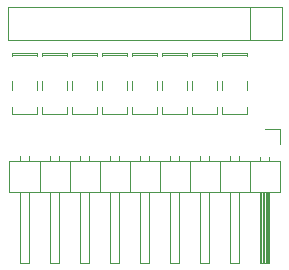
<source format=gbr>
%TF.GenerationSoftware,KiCad,Pcbnew,7.0.2*%
%TF.CreationDate,2023-05-13T14:05:58-05:00*%
%TF.ProjectId,BreadboardLEDArray,42726561-6462-46f6-9172-644c45444172,0*%
%TF.SameCoordinates,Original*%
%TF.FileFunction,Legend,Top*%
%TF.FilePolarity,Positive*%
%FSLAX46Y46*%
G04 Gerber Fmt 4.6, Leading zero omitted, Abs format (unit mm)*
G04 Created by KiCad (PCBNEW 7.0.2) date 2023-05-13 14:05:58*
%MOMM*%
%LPD*%
G01*
G04 APERTURE LIST*
%ADD10C,0.120000*%
G04 APERTURE END LIST*
D10*
%TO.C,D1*%
X169970000Y-113645000D02*
X167850000Y-113645000D01*
X169970000Y-113645000D02*
X169970000Y-113855000D01*
X167850000Y-113645000D02*
X167850000Y-113855000D01*
X169970000Y-113765000D02*
X167850000Y-113765000D01*
X169970000Y-116015000D02*
X169970000Y-116746000D01*
X167850000Y-116015000D02*
X167850000Y-116746000D01*
X169970000Y-118205000D02*
X169970000Y-118765000D01*
X167850000Y-118205000D02*
X167850000Y-118765000D01*
X169970000Y-118765000D02*
X167850000Y-118765000D01*
%TO.C,RN1*%
X172890000Y-112525000D02*
X172890000Y-109725000D01*
X172890000Y-109725000D02*
X149690000Y-109725000D01*
X170180000Y-112525000D02*
X170180000Y-109725000D01*
X149690000Y-112525000D02*
X172890000Y-112525000D01*
X149690000Y-109725000D02*
X149690000Y-112525000D01*
%TO.C,D8*%
X152190000Y-113645000D02*
X150070000Y-113645000D01*
X152190000Y-113645000D02*
X152190000Y-113855000D01*
X150070000Y-113645000D02*
X150070000Y-113855000D01*
X152190000Y-113765000D02*
X150070000Y-113765000D01*
X152190000Y-116015000D02*
X152190000Y-116746000D01*
X150070000Y-116015000D02*
X150070000Y-116746000D01*
X152190000Y-118205000D02*
X152190000Y-118765000D01*
X150070000Y-118205000D02*
X150070000Y-118765000D01*
X152190000Y-118765000D02*
X150070000Y-118765000D01*
%TO.C,J1*%
X172720000Y-120015000D02*
X172720000Y-121285000D01*
X171450000Y-120015000D02*
X172720000Y-120015000D01*
X169290000Y-122327929D02*
X169290000Y-122725000D01*
X168530000Y-122327929D02*
X168530000Y-122725000D01*
X166750000Y-122327929D02*
X166750000Y-122725000D01*
X165990000Y-122327929D02*
X165990000Y-122725000D01*
X164210000Y-122327929D02*
X164210000Y-122725000D01*
X163450000Y-122327929D02*
X163450000Y-122725000D01*
X161670000Y-122327929D02*
X161670000Y-122725000D01*
X160910000Y-122327929D02*
X160910000Y-122725000D01*
X159130000Y-122327929D02*
X159130000Y-122725000D01*
X158370000Y-122327929D02*
X158370000Y-122725000D01*
X156590000Y-122327929D02*
X156590000Y-122725000D01*
X155830000Y-122327929D02*
X155830000Y-122725000D01*
X154050000Y-122327929D02*
X154050000Y-122725000D01*
X153290000Y-122327929D02*
X153290000Y-122725000D01*
X151510000Y-122327929D02*
X151510000Y-122725000D01*
X150750000Y-122327929D02*
X150750000Y-122725000D01*
X171830000Y-122395000D02*
X171830000Y-122725000D01*
X171070000Y-122395000D02*
X171070000Y-122725000D01*
X172780000Y-122725000D02*
X149800000Y-122725000D01*
X170180000Y-122725000D02*
X170180000Y-125385000D01*
X167640000Y-122725000D02*
X167640000Y-125385000D01*
X165100000Y-122725000D02*
X165100000Y-125385000D01*
X162560000Y-122725000D02*
X162560000Y-125385000D01*
X160020000Y-122725000D02*
X160020000Y-125385000D01*
X157480000Y-122725000D02*
X157480000Y-125385000D01*
X154940000Y-122725000D02*
X154940000Y-125385000D01*
X152400000Y-122725000D02*
X152400000Y-125385000D01*
X149800000Y-122725000D02*
X149800000Y-125385000D01*
X172780000Y-125385000D02*
X172780000Y-122725000D01*
X171830000Y-125385000D02*
X171830000Y-131385000D01*
X171770000Y-125385000D02*
X171770000Y-131385000D01*
X171650000Y-125385000D02*
X171650000Y-131385000D01*
X171530000Y-125385000D02*
X171530000Y-131385000D01*
X171410000Y-125385000D02*
X171410000Y-131385000D01*
X171290000Y-125385000D02*
X171290000Y-131385000D01*
X171170000Y-125385000D02*
X171170000Y-131385000D01*
X169290000Y-125385000D02*
X169290000Y-131385000D01*
X166750000Y-125385000D02*
X166750000Y-131385000D01*
X164210000Y-125385000D02*
X164210000Y-131385000D01*
X161670000Y-125385000D02*
X161670000Y-131385000D01*
X159130000Y-125385000D02*
X159130000Y-131385000D01*
X156590000Y-125385000D02*
X156590000Y-131385000D01*
X154050000Y-125385000D02*
X154050000Y-131385000D01*
X151510000Y-125385000D02*
X151510000Y-131385000D01*
X149800000Y-125385000D02*
X172780000Y-125385000D01*
X171830000Y-131385000D02*
X171070000Y-131385000D01*
X171070000Y-131385000D02*
X171070000Y-125385000D01*
X169290000Y-131385000D02*
X168530000Y-131385000D01*
X168530000Y-131385000D02*
X168530000Y-125385000D01*
X166750000Y-131385000D02*
X165990000Y-131385000D01*
X165990000Y-131385000D02*
X165990000Y-125385000D01*
X164210000Y-131385000D02*
X163450000Y-131385000D01*
X163450000Y-131385000D02*
X163450000Y-125385000D01*
X161670000Y-131385000D02*
X160910000Y-131385000D01*
X160910000Y-131385000D02*
X160910000Y-125385000D01*
X159130000Y-131385000D02*
X158370000Y-131385000D01*
X158370000Y-131385000D02*
X158370000Y-125385000D01*
X156590000Y-131385000D02*
X155830000Y-131385000D01*
X155830000Y-131385000D02*
X155830000Y-125385000D01*
X154050000Y-131385000D02*
X153290000Y-131385000D01*
X153290000Y-131385000D02*
X153290000Y-125385000D01*
X151510000Y-131385000D02*
X150750000Y-131385000D01*
X150750000Y-131385000D02*
X150750000Y-125385000D01*
%TO.C,D6*%
X157270000Y-113645000D02*
X155150000Y-113645000D01*
X157270000Y-113645000D02*
X157270000Y-113855000D01*
X155150000Y-113645000D02*
X155150000Y-113855000D01*
X157270000Y-113765000D02*
X155150000Y-113765000D01*
X157270000Y-116015000D02*
X157270000Y-116746000D01*
X155150000Y-116015000D02*
X155150000Y-116746000D01*
X157270000Y-118205000D02*
X157270000Y-118765000D01*
X155150000Y-118205000D02*
X155150000Y-118765000D01*
X157270000Y-118765000D02*
X155150000Y-118765000D01*
%TO.C,D3*%
X164890000Y-113645000D02*
X162770000Y-113645000D01*
X164890000Y-113645000D02*
X164890000Y-113855000D01*
X162770000Y-113645000D02*
X162770000Y-113855000D01*
X164890000Y-113765000D02*
X162770000Y-113765000D01*
X164890000Y-116015000D02*
X164890000Y-116746000D01*
X162770000Y-116015000D02*
X162770000Y-116746000D01*
X164890000Y-118205000D02*
X164890000Y-118765000D01*
X162770000Y-118205000D02*
X162770000Y-118765000D01*
X164890000Y-118765000D02*
X162770000Y-118765000D01*
%TO.C,D5*%
X159810000Y-113645000D02*
X157690000Y-113645000D01*
X159810000Y-113645000D02*
X159810000Y-113855000D01*
X157690000Y-113645000D02*
X157690000Y-113855000D01*
X159810000Y-113765000D02*
X157690000Y-113765000D01*
X159810000Y-116015000D02*
X159810000Y-116746000D01*
X157690000Y-116015000D02*
X157690000Y-116746000D01*
X159810000Y-118205000D02*
X159810000Y-118765000D01*
X157690000Y-118205000D02*
X157690000Y-118765000D01*
X159810000Y-118765000D02*
X157690000Y-118765000D01*
%TO.C,D4*%
X162350000Y-113645000D02*
X160230000Y-113645000D01*
X162350000Y-113645000D02*
X162350000Y-113855000D01*
X160230000Y-113645000D02*
X160230000Y-113855000D01*
X162350000Y-113765000D02*
X160230000Y-113765000D01*
X162350000Y-116015000D02*
X162350000Y-116746000D01*
X160230000Y-116015000D02*
X160230000Y-116746000D01*
X162350000Y-118205000D02*
X162350000Y-118765000D01*
X160230000Y-118205000D02*
X160230000Y-118765000D01*
X162350000Y-118765000D02*
X160230000Y-118765000D01*
%TO.C,D2*%
X167430000Y-113645000D02*
X165310000Y-113645000D01*
X167430000Y-113645000D02*
X167430000Y-113855000D01*
X165310000Y-113645000D02*
X165310000Y-113855000D01*
X167430000Y-113765000D02*
X165310000Y-113765000D01*
X167430000Y-116015000D02*
X167430000Y-116746000D01*
X165310000Y-116015000D02*
X165310000Y-116746000D01*
X167430000Y-118205000D02*
X167430000Y-118765000D01*
X165310000Y-118205000D02*
X165310000Y-118765000D01*
X167430000Y-118765000D02*
X165310000Y-118765000D01*
%TO.C,D7*%
X154730000Y-113645000D02*
X152610000Y-113645000D01*
X154730000Y-113645000D02*
X154730000Y-113855000D01*
X152610000Y-113645000D02*
X152610000Y-113855000D01*
X154730000Y-113765000D02*
X152610000Y-113765000D01*
X154730000Y-116015000D02*
X154730000Y-116746000D01*
X152610000Y-116015000D02*
X152610000Y-116746000D01*
X154730000Y-118205000D02*
X154730000Y-118765000D01*
X152610000Y-118205000D02*
X152610000Y-118765000D01*
X154730000Y-118765000D02*
X152610000Y-118765000D01*
%TD*%
M02*

</source>
